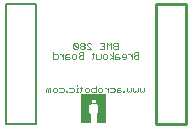
<source format=gbo>
G75*
%MOIN*%
%OFA0B0*%
%FSLAX24Y24*%
%IPPOS*%
%LPD*%
%AMOC8*
5,1,8,0,0,1.08239X$1,22.5*
%
%ADD10C,0.0020*%
%ADD11C,0.0010*%
%ADD12C,0.0080*%
%ADD13C,0.0100*%
D10*
X001493Y001490D02*
X001493Y001600D01*
X001529Y001637D01*
X001566Y001600D01*
X001566Y001490D01*
X001639Y001490D02*
X001639Y001637D01*
X001603Y001637D01*
X001566Y001600D01*
X001714Y001600D02*
X001714Y001527D01*
X001750Y001490D01*
X001824Y001490D01*
X001860Y001527D01*
X001860Y001600D01*
X001824Y001637D01*
X001750Y001637D01*
X001714Y001600D01*
X001935Y001637D02*
X002045Y001637D01*
X002081Y001600D01*
X002081Y001527D01*
X002045Y001490D01*
X001935Y001490D01*
X002155Y001490D02*
X002192Y001490D01*
X002192Y001527D01*
X002155Y001527D01*
X002155Y001490D01*
X002266Y001490D02*
X002376Y001490D01*
X002413Y001527D01*
X002413Y001600D01*
X002376Y001637D01*
X002266Y001637D01*
X002487Y001490D02*
X002560Y001490D01*
X002523Y001490D02*
X002523Y001637D01*
X002560Y001637D01*
X002634Y001637D02*
X002707Y001637D01*
X002671Y001673D02*
X002671Y001527D01*
X002634Y001490D01*
X002782Y001527D02*
X002782Y001600D01*
X002818Y001637D01*
X002892Y001637D01*
X002928Y001600D01*
X002928Y001527D01*
X002892Y001490D01*
X002818Y001490D01*
X002782Y001527D01*
X003003Y001527D02*
X003003Y001600D01*
X003039Y001637D01*
X003149Y001637D01*
X003149Y001710D02*
X003149Y001490D01*
X003039Y001490D01*
X003003Y001527D01*
X003224Y001527D02*
X003260Y001490D01*
X003334Y001490D01*
X003370Y001527D01*
X003370Y001600D01*
X003334Y001637D01*
X003260Y001637D01*
X003224Y001600D01*
X003224Y001527D01*
X003444Y001637D02*
X003481Y001637D01*
X003555Y001563D01*
X003555Y001490D02*
X003555Y001637D01*
X003629Y001637D02*
X003739Y001637D01*
X003776Y001600D01*
X003776Y001527D01*
X003739Y001490D01*
X003629Y001490D01*
X003850Y001490D02*
X003960Y001490D01*
X003997Y001527D01*
X003960Y001563D01*
X003850Y001563D01*
X003850Y001600D02*
X003850Y001490D01*
X003850Y001600D02*
X003886Y001637D01*
X003960Y001637D01*
X004070Y001527D02*
X004070Y001490D01*
X004107Y001490D01*
X004107Y001527D01*
X004070Y001527D01*
X004181Y001527D02*
X004181Y001637D01*
X004181Y001527D02*
X004218Y001490D01*
X004255Y001527D01*
X004291Y001490D01*
X004328Y001527D01*
X004328Y001637D01*
X004402Y001637D02*
X004402Y001527D01*
X004439Y001490D01*
X004476Y001527D01*
X004512Y001490D01*
X004549Y001527D01*
X004549Y001637D01*
X004623Y001637D02*
X004623Y001527D01*
X004660Y001490D01*
X004697Y001527D01*
X004733Y001490D01*
X004770Y001527D01*
X004770Y001637D01*
X004570Y002610D02*
X004460Y002610D01*
X004423Y002647D01*
X004423Y002683D01*
X004460Y002720D01*
X004570Y002720D01*
X004570Y002610D02*
X004570Y002830D01*
X004460Y002830D01*
X004423Y002793D01*
X004423Y002757D01*
X004460Y002720D01*
X004349Y002683D02*
X004276Y002757D01*
X004239Y002757D01*
X004165Y002720D02*
X004128Y002757D01*
X004055Y002757D01*
X004018Y002720D01*
X004018Y002683D01*
X004165Y002683D01*
X004165Y002647D02*
X004128Y002610D01*
X004055Y002610D01*
X004165Y002647D02*
X004165Y002720D01*
X004349Y002757D02*
X004349Y002610D01*
X003944Y002647D02*
X003907Y002683D01*
X003797Y002683D01*
X003797Y002720D02*
X003797Y002610D01*
X003907Y002610D01*
X003944Y002647D01*
X003834Y002757D02*
X003797Y002720D01*
X003834Y002757D02*
X003907Y002757D01*
X003723Y002830D02*
X003723Y002610D01*
X003723Y002683D02*
X003613Y002757D01*
X003539Y002720D02*
X003539Y002647D01*
X003502Y002610D01*
X003429Y002610D01*
X003392Y002647D01*
X003392Y002720D01*
X003429Y002757D01*
X003502Y002757D01*
X003539Y002720D01*
X003613Y002610D02*
X003723Y002683D01*
X003770Y002930D02*
X003880Y002930D01*
X003880Y003150D01*
X003770Y003150D01*
X003733Y003113D01*
X003733Y003077D01*
X003770Y003040D01*
X003880Y003040D01*
X003770Y003040D02*
X003733Y003003D01*
X003733Y002967D01*
X003770Y002930D01*
X003659Y002930D02*
X003659Y003150D01*
X003586Y003077D01*
X003512Y003150D01*
X003512Y002930D01*
X003438Y002930D02*
X003291Y002930D01*
X003365Y003040D02*
X003438Y003040D01*
X003438Y003150D02*
X003438Y002930D01*
X003318Y002757D02*
X003318Y002647D01*
X003281Y002610D01*
X003171Y002610D01*
X003171Y002757D01*
X003097Y002757D02*
X003023Y002757D01*
X003060Y002793D02*
X003060Y002647D01*
X003023Y002610D01*
X002728Y002610D02*
X002728Y002830D01*
X002618Y002830D01*
X002582Y002793D01*
X002582Y002757D01*
X002618Y002720D01*
X002728Y002720D01*
X002618Y002720D02*
X002582Y002683D01*
X002582Y002647D01*
X002618Y002610D01*
X002728Y002610D01*
X002507Y002647D02*
X002471Y002610D01*
X002397Y002610D01*
X002361Y002647D01*
X002361Y002720D01*
X002397Y002757D01*
X002471Y002757D01*
X002507Y002720D01*
X002507Y002647D01*
X002286Y002647D02*
X002250Y002683D01*
X002140Y002683D01*
X002140Y002720D02*
X002140Y002610D01*
X002250Y002610D01*
X002286Y002647D01*
X002250Y002757D02*
X002176Y002757D01*
X002140Y002720D01*
X002065Y002683D02*
X001992Y002757D01*
X001955Y002757D01*
X002065Y002757D02*
X002065Y002610D01*
X001881Y002647D02*
X001881Y002720D01*
X001845Y002757D01*
X001735Y002757D01*
X001735Y002830D02*
X001735Y002610D01*
X001845Y002610D01*
X001881Y002647D01*
X002407Y002967D02*
X002444Y002930D01*
X002517Y002930D01*
X002554Y002967D01*
X002407Y003113D01*
X002407Y002967D01*
X002554Y002967D02*
X002554Y003113D01*
X002517Y003150D01*
X002444Y003150D01*
X002407Y003113D01*
X002628Y003113D02*
X002628Y003077D01*
X002665Y003040D01*
X002738Y003040D01*
X002775Y003077D01*
X002775Y003113D01*
X002738Y003150D01*
X002665Y003150D01*
X002628Y003113D01*
X002665Y003040D02*
X002628Y003003D01*
X002628Y002967D01*
X002665Y002930D01*
X002738Y002930D01*
X002775Y002967D01*
X002775Y003003D01*
X002738Y003040D01*
X002849Y003077D02*
X002849Y003113D01*
X002886Y003150D01*
X002959Y003150D01*
X002996Y003113D01*
X002849Y003077D02*
X002996Y002930D01*
X002849Y002930D01*
X003291Y003150D02*
X003438Y003150D01*
X002523Y001747D02*
X002523Y001710D01*
D11*
X002674Y001428D02*
X002674Y000498D01*
X002948Y000498D01*
X002948Y000772D01*
X002898Y000796D01*
X002898Y001080D01*
X002946Y001120D01*
X002976Y001120D01*
X002976Y001238D01*
X002998Y001260D01*
X003124Y001260D01*
X003152Y001234D01*
X003152Y001142D01*
X003174Y001142D01*
X003174Y001120D01*
X003152Y001120D01*
X002978Y001120D01*
X002978Y001136D01*
X003178Y001136D01*
X003178Y001118D01*
X003226Y001078D01*
X003226Y000796D01*
X003176Y000770D01*
X003176Y000500D01*
X003450Y000500D01*
X003450Y001428D01*
X002674Y001428D01*
X002674Y001423D02*
X003450Y001423D01*
X003450Y001415D02*
X002674Y001415D01*
X002674Y001406D02*
X003450Y001406D01*
X003450Y001398D02*
X002674Y001398D01*
X002674Y001389D02*
X003450Y001389D01*
X003450Y001381D02*
X002674Y001381D01*
X002674Y001372D02*
X003450Y001372D01*
X003450Y001364D02*
X002674Y001364D01*
X002674Y001355D02*
X003450Y001355D01*
X003450Y001347D02*
X002674Y001347D01*
X002674Y001338D02*
X003450Y001338D01*
X003450Y001330D02*
X002674Y001330D01*
X002674Y001321D02*
X003450Y001321D01*
X003450Y001313D02*
X002674Y001313D01*
X002674Y001304D02*
X003450Y001304D01*
X003450Y001296D02*
X002674Y001296D01*
X002674Y001287D02*
X003450Y001287D01*
X003450Y001279D02*
X002674Y001279D01*
X002674Y001270D02*
X003450Y001270D01*
X003450Y001262D02*
X002674Y001262D01*
X002674Y001253D02*
X002991Y001253D01*
X002983Y001245D02*
X002674Y001245D01*
X002674Y001236D02*
X002976Y001236D01*
X002976Y001228D02*
X002674Y001228D01*
X002674Y001219D02*
X002976Y001219D01*
X002976Y001211D02*
X002674Y001211D01*
X002674Y001202D02*
X002976Y001202D01*
X002976Y001194D02*
X002674Y001194D01*
X002674Y001185D02*
X002976Y001185D01*
X002976Y001177D02*
X002674Y001177D01*
X002674Y001168D02*
X002976Y001168D01*
X002976Y001160D02*
X002674Y001160D01*
X002674Y001151D02*
X002976Y001151D01*
X002976Y001143D02*
X002674Y001143D01*
X002674Y001134D02*
X002976Y001134D01*
X002978Y001134D02*
X003174Y001134D01*
X003178Y001134D02*
X003450Y001134D01*
X003450Y001126D02*
X003178Y001126D01*
X003174Y001126D02*
X002978Y001126D01*
X002976Y001126D02*
X002674Y001126D01*
X002674Y001117D02*
X002942Y001117D01*
X002932Y001109D02*
X002674Y001109D01*
X002674Y001100D02*
X002922Y001100D01*
X002912Y001092D02*
X002674Y001092D01*
X002674Y001083D02*
X002902Y001083D01*
X002898Y001075D02*
X002674Y001075D01*
X002674Y001066D02*
X002898Y001066D01*
X002898Y001058D02*
X002674Y001058D01*
X002674Y001049D02*
X002898Y001049D01*
X002898Y001041D02*
X002674Y001041D01*
X002674Y001032D02*
X002898Y001032D01*
X002898Y001024D02*
X002674Y001024D01*
X002674Y001015D02*
X002898Y001015D01*
X002898Y001007D02*
X002674Y001007D01*
X002674Y000998D02*
X002898Y000998D01*
X002898Y000990D02*
X002674Y000990D01*
X002674Y000981D02*
X002898Y000981D01*
X002898Y000973D02*
X002674Y000973D01*
X002674Y000964D02*
X002898Y000964D01*
X002898Y000956D02*
X002674Y000956D01*
X002674Y000947D02*
X002898Y000947D01*
X002898Y000939D02*
X002674Y000939D01*
X002674Y000930D02*
X002898Y000930D01*
X002898Y000922D02*
X002674Y000922D01*
X002674Y000913D02*
X002898Y000913D01*
X002898Y000905D02*
X002674Y000905D01*
X002674Y000896D02*
X002898Y000896D01*
X002898Y000888D02*
X002674Y000888D01*
X002674Y000879D02*
X002898Y000879D01*
X002898Y000871D02*
X002674Y000871D01*
X002674Y000862D02*
X002898Y000862D01*
X002898Y000854D02*
X002674Y000854D01*
X002674Y000845D02*
X002898Y000845D01*
X002898Y000837D02*
X002674Y000837D01*
X002674Y000828D02*
X002898Y000828D01*
X002898Y000820D02*
X002674Y000820D01*
X002674Y000811D02*
X002898Y000811D01*
X002898Y000803D02*
X002674Y000803D01*
X002674Y000794D02*
X002902Y000794D01*
X002920Y000786D02*
X002674Y000786D01*
X002674Y000777D02*
X002938Y000777D01*
X002948Y000769D02*
X002674Y000769D01*
X002674Y000760D02*
X002948Y000760D01*
X002948Y000752D02*
X002674Y000752D01*
X002674Y000743D02*
X002948Y000743D01*
X002948Y000735D02*
X002674Y000735D01*
X002674Y000726D02*
X002948Y000726D01*
X002948Y000718D02*
X002674Y000718D01*
X002674Y000709D02*
X002948Y000709D01*
X002948Y000701D02*
X002674Y000701D01*
X002674Y000692D02*
X002948Y000692D01*
X002948Y000684D02*
X002674Y000684D01*
X002674Y000675D02*
X002948Y000675D01*
X002948Y000667D02*
X002674Y000667D01*
X002674Y000658D02*
X002948Y000658D01*
X002948Y000650D02*
X002674Y000650D01*
X002674Y000641D02*
X002948Y000641D01*
X002948Y000633D02*
X002674Y000633D01*
X002674Y000624D02*
X002948Y000624D01*
X002948Y000616D02*
X002674Y000616D01*
X002674Y000607D02*
X002948Y000607D01*
X002948Y000599D02*
X002674Y000599D01*
X002674Y000590D02*
X002948Y000590D01*
X002948Y000582D02*
X002674Y000582D01*
X002674Y000573D02*
X002948Y000573D01*
X002948Y000565D02*
X002674Y000565D01*
X002674Y000556D02*
X002948Y000556D01*
X002948Y000548D02*
X002674Y000548D01*
X002674Y000539D02*
X002948Y000539D01*
X002948Y000531D02*
X002674Y000531D01*
X002674Y000522D02*
X002948Y000522D01*
X002948Y000514D02*
X002674Y000514D01*
X002674Y000505D02*
X002948Y000505D01*
X003176Y000505D02*
X003450Y000505D01*
X003450Y000514D02*
X003176Y000514D01*
X003176Y000522D02*
X003450Y000522D01*
X003450Y000531D02*
X003176Y000531D01*
X003176Y000539D02*
X003450Y000539D01*
X003450Y000548D02*
X003176Y000548D01*
X003176Y000556D02*
X003450Y000556D01*
X003450Y000565D02*
X003176Y000565D01*
X003176Y000573D02*
X003450Y000573D01*
X003450Y000582D02*
X003176Y000582D01*
X003176Y000590D02*
X003450Y000590D01*
X003450Y000599D02*
X003176Y000599D01*
X003176Y000607D02*
X003450Y000607D01*
X003450Y000616D02*
X003176Y000616D01*
X003176Y000624D02*
X003450Y000624D01*
X003450Y000633D02*
X003176Y000633D01*
X003176Y000641D02*
X003450Y000641D01*
X003450Y000650D02*
X003176Y000650D01*
X003176Y000658D02*
X003450Y000658D01*
X003450Y000667D02*
X003176Y000667D01*
X003176Y000675D02*
X003450Y000675D01*
X003450Y000684D02*
X003176Y000684D01*
X003176Y000692D02*
X003450Y000692D01*
X003450Y000701D02*
X003176Y000701D01*
X003176Y000709D02*
X003450Y000709D01*
X003450Y000718D02*
X003176Y000718D01*
X003176Y000726D02*
X003450Y000726D01*
X003450Y000735D02*
X003176Y000735D01*
X003176Y000743D02*
X003450Y000743D01*
X003450Y000752D02*
X003176Y000752D01*
X003176Y000760D02*
X003450Y000760D01*
X003450Y000769D02*
X003176Y000769D01*
X003189Y000777D02*
X003450Y000777D01*
X003450Y000786D02*
X003206Y000786D01*
X003222Y000794D02*
X003450Y000794D01*
X003450Y000803D02*
X003226Y000803D01*
X003226Y000811D02*
X003450Y000811D01*
X003450Y000820D02*
X003226Y000820D01*
X003226Y000828D02*
X003450Y000828D01*
X003450Y000837D02*
X003226Y000837D01*
X003226Y000845D02*
X003450Y000845D01*
X003450Y000854D02*
X003226Y000854D01*
X003226Y000862D02*
X003450Y000862D01*
X003450Y000871D02*
X003226Y000871D01*
X003226Y000879D02*
X003450Y000879D01*
X003450Y000888D02*
X003226Y000888D01*
X003226Y000896D02*
X003450Y000896D01*
X003450Y000905D02*
X003226Y000905D01*
X003226Y000913D02*
X003450Y000913D01*
X003450Y000922D02*
X003226Y000922D01*
X003226Y000930D02*
X003450Y000930D01*
X003450Y000939D02*
X003226Y000939D01*
X003226Y000947D02*
X003450Y000947D01*
X003450Y000956D02*
X003226Y000956D01*
X003226Y000964D02*
X003450Y000964D01*
X003450Y000973D02*
X003226Y000973D01*
X003226Y000981D02*
X003450Y000981D01*
X003450Y000990D02*
X003226Y000990D01*
X003226Y000998D02*
X003450Y000998D01*
X003450Y001007D02*
X003226Y001007D01*
X003226Y001015D02*
X003450Y001015D01*
X003450Y001024D02*
X003226Y001024D01*
X003226Y001032D02*
X003450Y001032D01*
X003450Y001041D02*
X003226Y001041D01*
X003226Y001049D02*
X003450Y001049D01*
X003450Y001058D02*
X003226Y001058D01*
X003226Y001066D02*
X003450Y001066D01*
X003450Y001075D02*
X003226Y001075D01*
X003220Y001083D02*
X003450Y001083D01*
X003450Y001092D02*
X003210Y001092D01*
X003200Y001100D02*
X003450Y001100D01*
X003450Y001109D02*
X003189Y001109D01*
X003179Y001117D02*
X003450Y001117D01*
X003450Y001143D02*
X003152Y001143D01*
X003152Y001151D02*
X003450Y001151D01*
X003450Y001160D02*
X003152Y001160D01*
X003152Y001168D02*
X003450Y001168D01*
X003450Y001177D02*
X003152Y001177D01*
X003152Y001185D02*
X003450Y001185D01*
X003450Y001194D02*
X003152Y001194D01*
X003152Y001202D02*
X003450Y001202D01*
X003450Y001211D02*
X003152Y001211D01*
X003152Y001219D02*
X003450Y001219D01*
X003450Y001228D02*
X003152Y001228D01*
X003150Y001236D02*
X003450Y001236D01*
X003450Y001245D02*
X003141Y001245D01*
X003132Y001253D02*
X003450Y001253D01*
D12*
X000150Y000420D02*
X000150Y004420D01*
X001150Y004420D01*
X001150Y000420D01*
X000150Y000420D01*
D13*
X005150Y000420D02*
X005150Y004420D01*
X006150Y004420D01*
X006150Y000420D01*
X005150Y000420D01*
M02*

</source>
